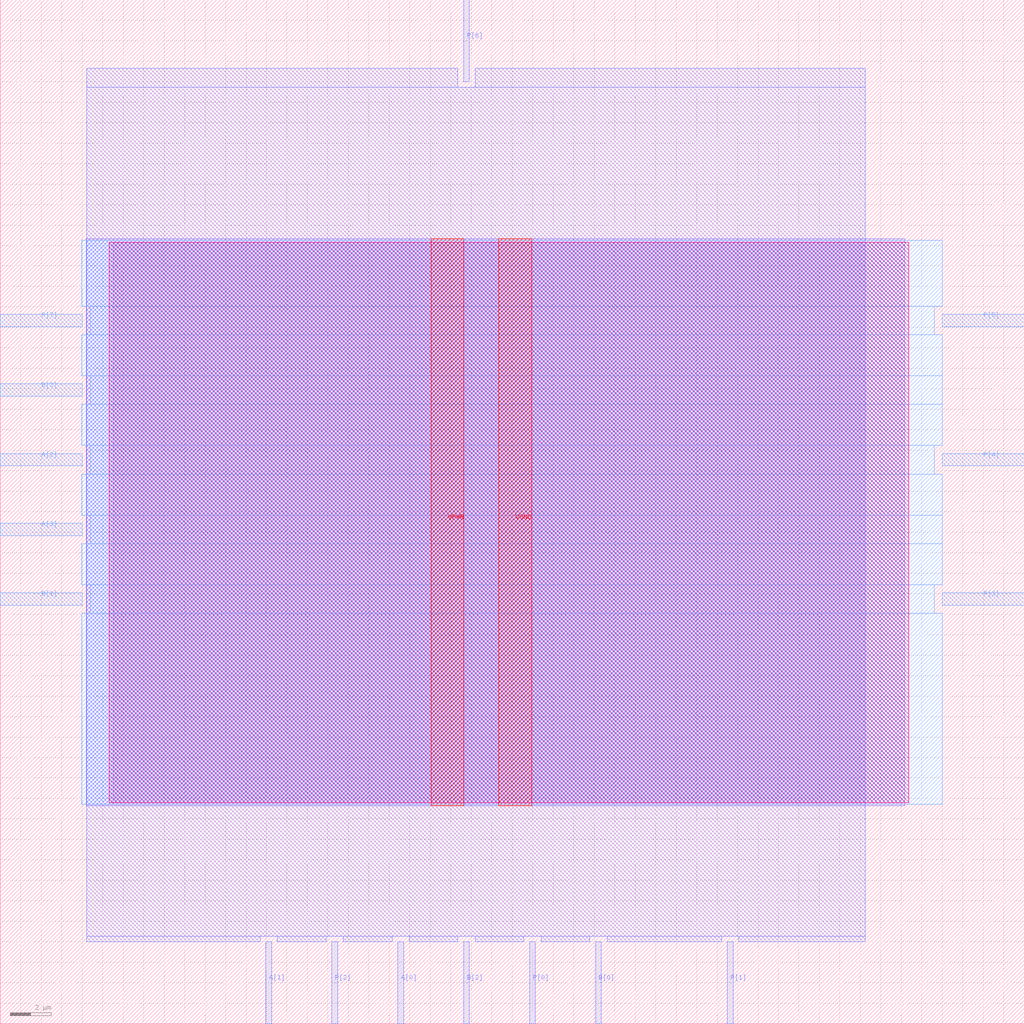
<source format=lef>
VERSION 5.7 ;
  NOWIREEXTENSIONATPIN ON ;
  DIVIDERCHAR "/" ;
  BUSBITCHARS "[]" ;
MACRO mult4_SarsaNada_e6_SarsaNStepsRuido_e9_SarsaNStepsRuido_e9_SARSA_RUIDO_e9
  CLASS BLOCK ;
  FOREIGN mult4_SarsaNada_e6_SarsaNStepsRuido_e9_SarsaNStepsRuido_e9_SARSA_RUIDO_e9 ;
  ORIGIN 0.000 0.000 ;
  SIZE 50.000 BY 50.000 ;
  PIN A[0]
    DIRECTION INPUT ;
    USE SIGNAL ;
    ANTENNAGATEAREA 0.196500 ;
    PORT
      LAYER met2 ;
        RECT 19.410 0.000 19.690 4.000 ;
    END
  END A[0]
  PIN A[1]
    DIRECTION INPUT ;
    USE SIGNAL ;
    ANTENNAGATEAREA 0.196500 ;
    PORT
      LAYER met2 ;
        RECT 12.970 0.000 13.250 4.000 ;
    END
  END A[1]
  PIN A[2]
    DIRECTION INPUT ;
    USE SIGNAL ;
    ANTENNAGATEAREA 0.213000 ;
    PORT
      LAYER met3 ;
        RECT 0.000 27.240 4.000 27.840 ;
    END
  END A[2]
  PIN A[3]
    DIRECTION INPUT ;
    USE SIGNAL ;
    ANTENNAGATEAREA 0.196500 ;
    PORT
      LAYER met3 ;
        RECT 0.000 23.840 4.000 24.440 ;
    END
  END A[3]
  PIN B[0]
    DIRECTION INPUT ;
    USE SIGNAL ;
    ANTENNAGATEAREA 0.126000 ;
    PORT
      LAYER met2 ;
        RECT 29.070 0.000 29.350 4.000 ;
    END
  END B[0]
  PIN B[1]
    DIRECTION INPUT ;
    USE SIGNAL ;
    ANTENNAGATEAREA 0.213000 ;
    PORT
      LAYER met3 ;
        RECT 0.000 20.440 4.000 21.040 ;
    END
  END B[1]
  PIN B[2]
    DIRECTION INPUT ;
    USE SIGNAL ;
    ANTENNAGATEAREA 0.213000 ;
    PORT
      LAYER met2 ;
        RECT 22.630 0.000 22.910 4.000 ;
    END
  END B[2]
  PIN B[3]
    DIRECTION INPUT ;
    USE SIGNAL ;
    ANTENNAGATEAREA 0.213000 ;
    PORT
      LAYER met3 ;
        RECT 0.000 30.640 4.000 31.240 ;
    END
  END B[3]
  PIN P[0]
    DIRECTION OUTPUT ;
    USE SIGNAL ;
    ANTENNADIFFAREA 0.445500 ;
    PORT
      LAYER met2 ;
        RECT 25.850 0.000 26.130 4.000 ;
    END
  END P[0]
  PIN P[1]
    DIRECTION OUTPUT ;
    USE SIGNAL ;
    ANTENNADIFFAREA 0.445500 ;
    PORT
      LAYER met2 ;
        RECT 35.510 0.000 35.790 4.000 ;
    END
  END P[1]
  PIN P[2]
    DIRECTION OUTPUT ;
    USE SIGNAL ;
    ANTENNADIFFAREA 0.445500 ;
    PORT
      LAYER met2 ;
        RECT 16.190 0.000 16.470 4.000 ;
    END
  END P[2]
  PIN P[3]
    DIRECTION OUTPUT ;
    USE SIGNAL ;
    ANTENNADIFFAREA 0.445500 ;
    PORT
      LAYER met3 ;
        RECT 46.000 20.440 50.000 21.040 ;
    END
  END P[3]
  PIN P[4]
    DIRECTION OUTPUT ;
    USE SIGNAL ;
    ANTENNADIFFAREA 0.445500 ;
    PORT
      LAYER met3 ;
        RECT 46.000 27.240 50.000 27.840 ;
    END
  END P[4]
  PIN P[5]
    DIRECTION OUTPUT ;
    USE SIGNAL ;
    ANTENNADIFFAREA 0.445500 ;
    PORT
      LAYER met3 ;
        RECT 46.000 34.040 50.000 34.640 ;
    END
  END P[5]
  PIN P[6]
    DIRECTION OUTPUT ;
    USE SIGNAL ;
    ANTENNADIFFAREA 0.445500 ;
    PORT
      LAYER met2 ;
        RECT 22.630 46.000 22.910 50.000 ;
    END
  END P[6]
  PIN P[7]
    DIRECTION OUTPUT ;
    USE SIGNAL ;
    ANTENNADIFFAREA 0.445500 ;
    PORT
      LAYER met3 ;
        RECT 0.000 34.040 4.000 34.640 ;
    END
  END P[7]
  PIN VGND
    DIRECTION INOUT ;
    USE GROUND ;
    PORT
      LAYER met4 ;
        RECT 24.340 10.640 25.940 38.320 ;
    END
  END VGND
  PIN VPWR
    DIRECTION INOUT ;
    USE POWER ;
    PORT
      LAYER met4 ;
        RECT 21.040 10.640 22.640 38.320 ;
    END
  END VPWR
  OBS
      LAYER nwell ;
        RECT 5.330 10.795 44.350 38.165 ;
      LAYER li1 ;
        RECT 5.520 10.795 44.160 38.165 ;
      LAYER met1 ;
        RECT 4.210 10.640 44.160 38.320 ;
      LAYER met2 ;
        RECT 4.230 45.720 22.350 46.650 ;
        RECT 23.190 45.720 42.230 46.650 ;
        RECT 4.230 4.280 42.230 45.720 ;
        RECT 4.230 4.000 12.690 4.280 ;
        RECT 13.530 4.000 15.910 4.280 ;
        RECT 16.750 4.000 19.130 4.280 ;
        RECT 19.970 4.000 22.350 4.280 ;
        RECT 23.190 4.000 25.570 4.280 ;
        RECT 26.410 4.000 28.790 4.280 ;
        RECT 29.630 4.000 35.230 4.280 ;
        RECT 36.070 4.000 42.230 4.280 ;
      LAYER met3 ;
        RECT 3.990 35.040 46.000 38.245 ;
        RECT 4.400 33.640 45.600 35.040 ;
        RECT 3.990 31.640 46.000 33.640 ;
        RECT 4.400 30.240 46.000 31.640 ;
        RECT 3.990 28.240 46.000 30.240 ;
        RECT 4.400 26.840 45.600 28.240 ;
        RECT 3.990 24.840 46.000 26.840 ;
        RECT 4.400 23.440 46.000 24.840 ;
        RECT 3.990 21.440 46.000 23.440 ;
        RECT 4.400 20.040 45.600 21.440 ;
        RECT 3.990 10.715 46.000 20.040 ;
  END
END mult4_SarsaNada_e6_SarsaNStepsRuido_e9_SarsaNStepsRuido_e9_SARSA_RUIDO_e9
END LIBRARY


</source>
